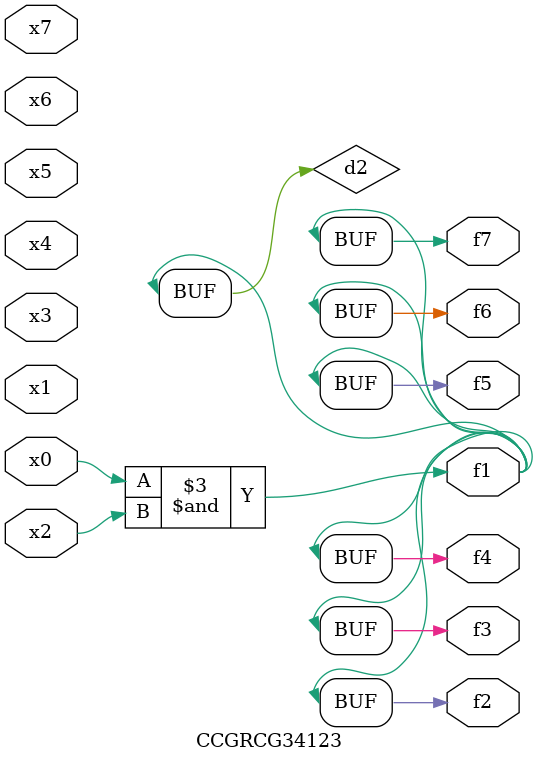
<source format=v>
module CCGRCG34123(
	input x0, x1, x2, x3, x4, x5, x6, x7,
	output f1, f2, f3, f4, f5, f6, f7
);

	wire d1, d2;

	nor (d1, x3, x6);
	and (d2, x0, x2);
	assign f1 = d2;
	assign f2 = d2;
	assign f3 = d2;
	assign f4 = d2;
	assign f5 = d2;
	assign f6 = d2;
	assign f7 = d2;
endmodule

</source>
